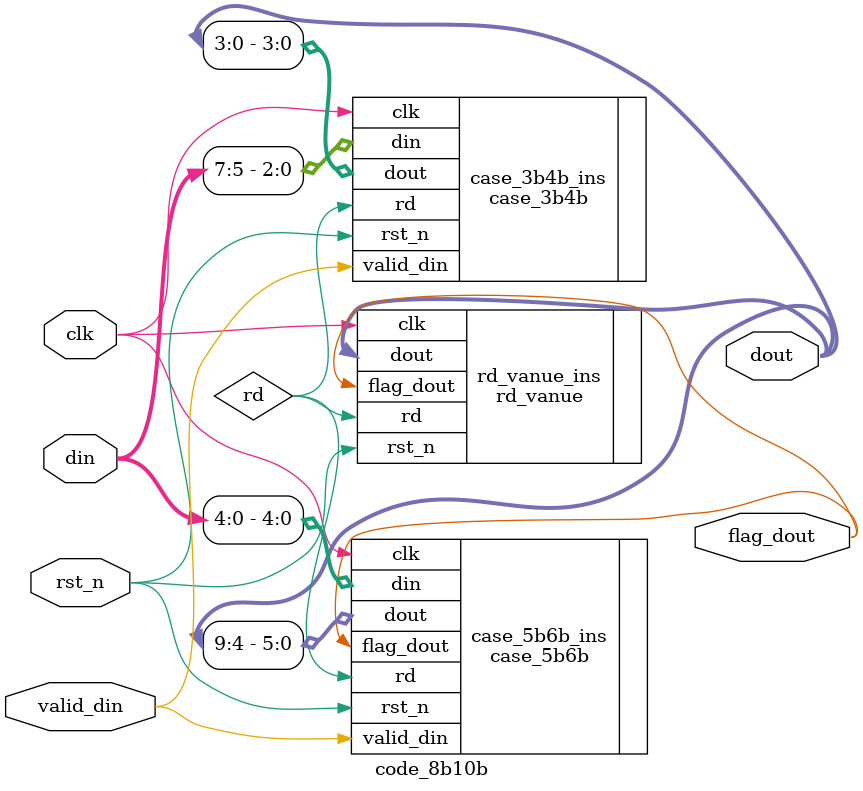
<source format=v>
module code_8b10b
(
				//ÏµÍ³Ïà¹Ø
				input						clk,	//±àÂëÆ÷Ê±ÖÓ
				input						rst_n,	//ÏµÍ³¸´Î»

				//±àÂëÊý¾ÝÊäÈë
				input						valid_din,	//µ±==1±íÊ¾din[7:5]ÓÐÐ§
				input[7:0]					din,	//±»±àÂëÊý¾Ý


				//±àÂëÊä³ö
				output [9:0]				dout,	//±àÂëÊý¾Ý
				output						flag_dout	//µ±flag_dout==1±íÊ¾doutÓÐÐ§	
);

//±àÂë¼«ÐÔ
wire				rd	;


case_3b4b case_3b4b_ins
(

				//ÏµÍ³Ïà¹Ø
				.clk(clk),	//±àÂëÆ÷Ê±ÖÓ
				.rst_n(rst_n),
				//±àÂëÊý¾ÝÊäÈë
				.valid_din(valid_din),	//µ±==1±íÊ¾din[7:5]ÓÐÐ§
				.din(din[7:5]),	//±»±àÂëÊý¾Ý
				//±àÂëÊä³ö
				.dout(dout[3:0]),	//±àÂëÊý¾Ý
				//±àÂë¼«ÐÔ
				.rd(rd)	/*Rd
				0:±íÊ¾rd-
				1:±íÊ¾rd+*/

);





case_5b6b case_5b6b_ins
(

								//ÏµÍ³Ïà¹Ø
								.clk(clk),	//±àÂëÆ÷Ê±ÖÓ
								.rst_n(rst_n),	//ÏµÍ³¸´Î»
								//±àÂëÊý¾ÝÊäÈë
								.valid_din(valid_din),	//µ±==1±íÊ¾din[7:5]ÓÐÐ§
								.din(din[4:0]),	//±»±àÂëÊý¾Ý
								//±àÂëÊä³ö
								.dout(dout[9:4]),	///±àÂëÊý¾Ý
								
								.flag_dout(flag_dout),	//µ±flag_dout==1±íÊ¾doutÓÐÐ§		
								//±àÂë¼«ÐÔ	
								.rd(rd)	/*Rd
								0:±íÊ¾rd-
								1:±íÊ¾rd+*/

);

rd_vanue rd_vanue_ins
(

						//ÏµÍ³Ïà¹Ø
						.clk(clk),	//±àÂëÆ÷Ê±ÖÓ
						.rst_n(rst_n),	//ÏµÍ³¸´Î»
						//±àÂëÊä³ö
						.dout(dout[9:0]),	//±àÂëÊý¾Ý
						
						.flag_dout(flag_dout),	//µ±flag_dout==1±íÊ¾doutÓÐÐ§
							
						//±àÂë¼«ÐÔ
						
						.rd(rd)	/*Rd
						0:±íÊ¾rd-
						1:±íÊ¾rd+*/

);


endmodule 
</source>
